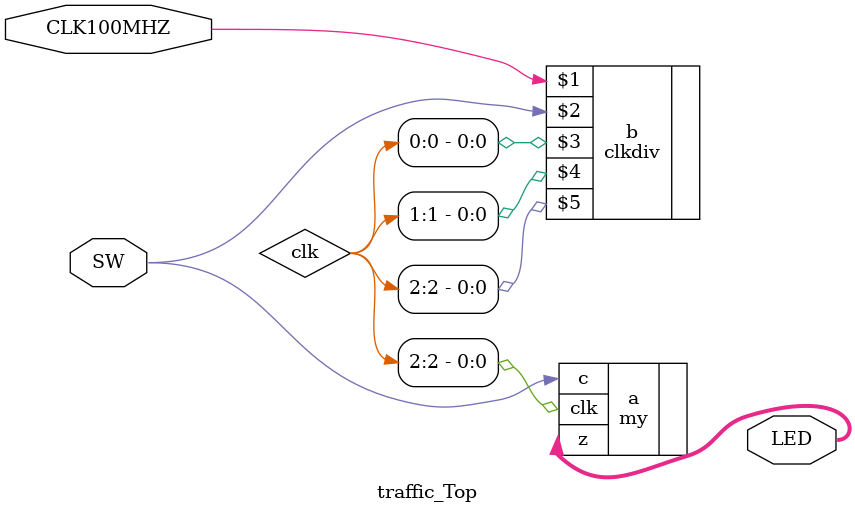
<source format=v>
`timescale 1ns / 1ps


module traffic_Top(
    input CLK100MHZ,
    input [0:0] SW,
    output [5:0] LED
);
    wire [2:0] clk;
    my a(.clk(clk[2]), .c(SW[0]), .z(LED));
    clkdiv b(CLK100MHZ, SW[0], clk[0], clk[1], clk[2]);
endmodule

</source>
